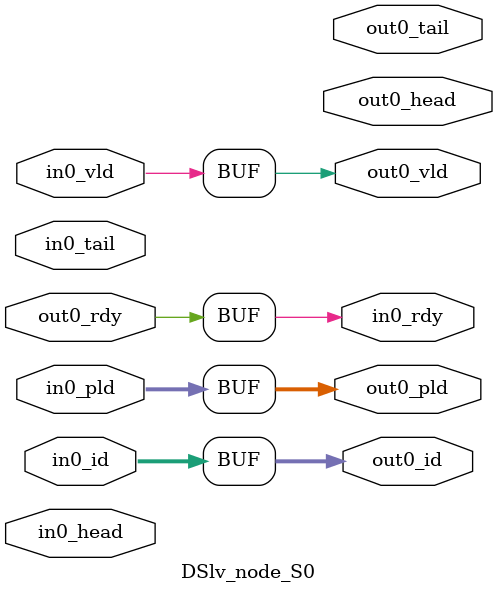
<source format=v>



//[UHDL]Key Start [md5:b662206f08b80e4b5504f3da5e1e6124]
//Version Control Hash: 3accddf64b1dd03abeb9b0b3e5a7ba44
//Content Hash: b3e6cb55f94fa4f4182ef5b36c8f8adf
//Parameter Hash: d41d8cd98f00b204e9800998ecf8427e
//[UHDL]Key End [md5:b662206f08b80e4b5504f3da5e1e6124]

//[UHDL]Version Control Start [md5:3accddf64b1dd03abeb9b0b3e5a7ba44]
//[UHDL]Version Control Version:1.0.1
//[UHDL]Version Control End [md5:3accddf64b1dd03abeb9b0b3e5a7ba44]

//[UHDL]Tool Message Start [md5:028cd5184e09038c5c1e01ffbaa8703a]
//Written by UHDL in 2022-08-14 16:30:39
//[UHDL]Tool Message End [md5:028cd5184e09038c5c1e01ffbaa8703a]

//[UHDL]User Message Start [md5:d41d8cd98f00b204e9800998ecf8427e]

//[UHDL]User Message End [md5:d41d8cd98f00b204e9800998ecf8427e]

//[UHDL]Content Start [md5:b3e6cb55f94fa4f4182ef5b36c8f8adf]
module DSlv_node_S0 (
	input         in0_vld  ,
	output        in0_rdy  ,
	input         in0_head ,
	input         in0_tail ,
	input  [31:0] in0_pld  ,
	input  [7:0]  in0_id   ,
	output        out0_vld ,
	input         out0_rdy ,
	output        out0_head,
	output        out0_tail,
	output [31:0] out0_pld ,
	output [7:0]  out0_id  );
	assign in0_rdy = out0_rdy;
	
	assign out0_vld = in0_vld;
	
	assign out0_pld = in0_pld;
	
	assign out0_id = in0_id;
	

endmodule
//[UHDL]Content End [md5:b3e6cb55f94fa4f4182ef5b36c8f8adf]

//[UHDL]Parameter Start [md5:d41d8cd98f00b204e9800998ecf8427e]

//[UHDL]Parameter End [md5:d41d8cd98f00b204e9800998ecf8427e]


</source>
